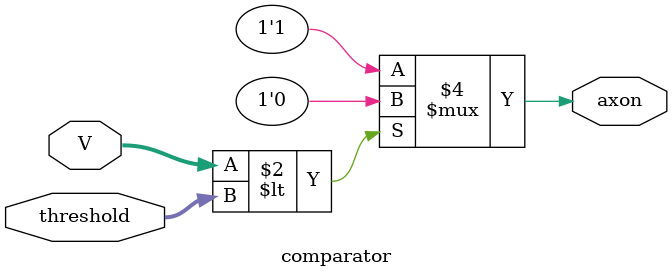
<source format=v>
module comparator(input [7:0] V, input [7:0] threshold, output reg axon);
	always @* begin
      if (V<threshold) begin
        axon = 0;
      end
      else begin
        axon = 1;
      end
    end
endmodule

</source>
